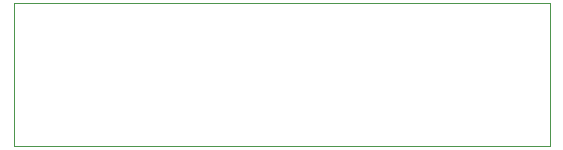
<source format=gm1>
%TF.GenerationSoftware,KiCad,Pcbnew,8.0.0*%
%TF.CreationDate,2024-03-13T09:03:30+01:00*%
%TF.ProjectId,BAT_Breakout,4241545f-4272-4656-916b-6f75742e6b69,rev?*%
%TF.SameCoordinates,Original*%
%TF.FileFunction,Profile,NP*%
%FSLAX46Y46*%
G04 Gerber Fmt 4.6, Leading zero omitted, Abs format (unit mm)*
G04 Created by KiCad (PCBNEW 8.0.0) date 2024-03-13 09:03:30*
%MOMM*%
%LPD*%
G01*
G04 APERTURE LIST*
%TA.AperFunction,Profile*%
%ADD10C,0.050000*%
%TD*%
G04 APERTURE END LIST*
D10*
X154600000Y-58000000D02*
X200000000Y-58000000D01*
X200000000Y-70100000D01*
X154600000Y-70100000D01*
X154600000Y-58000000D01*
M02*

</source>
